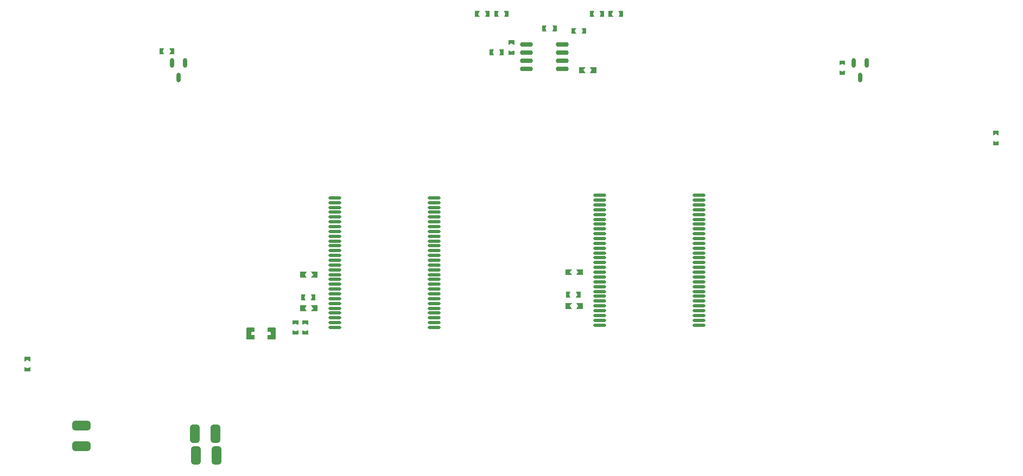
<source format=gbp>
G04 Layer_Color=128*
%FSLAX24Y24*%
%MOIN*%
G70*
G01*
G75*
G04:AMPARAMS|DCode=28|XSize=110.2mil|YSize=59.1mil|CornerRadius=14.8mil|HoleSize=0mil|Usage=FLASHONLY|Rotation=270.000|XOffset=0mil|YOffset=0mil|HoleType=Round|Shape=RoundedRectangle|*
%AMROUNDEDRECTD28*
21,1,0.1102,0.0295,0,0,270.0*
21,1,0.0807,0.0591,0,0,270.0*
1,1,0.0295,-0.0148,-0.0404*
1,1,0.0295,-0.0148,0.0404*
1,1,0.0295,0.0148,0.0404*
1,1,0.0295,0.0148,-0.0404*
%
%ADD28ROUNDEDRECTD28*%
G04:AMPARAMS|DCode=30|XSize=110.2mil|YSize=59.1mil|CornerRadius=14.8mil|HoleSize=0mil|Usage=FLASHONLY|Rotation=0.000|XOffset=0mil|YOffset=0mil|HoleType=Round|Shape=RoundedRectangle|*
%AMROUNDEDRECTD30*
21,1,0.1102,0.0295,0,0,0.0*
21,1,0.0807,0.0591,0,0,0.0*
1,1,0.0295,0.0404,-0.0148*
1,1,0.0295,-0.0404,-0.0148*
1,1,0.0295,-0.0404,0.0148*
1,1,0.0295,0.0404,0.0148*
%
%ADD30ROUNDEDRECTD30*%
%ADD33O,0.0800X0.0295*%
%ADD34O,0.0281X0.0591*%
%ADD35O,0.0787X0.0197*%
G36*
X44301Y30207D02*
X44380Y30030D01*
X44104D01*
Y30384D01*
X44380D01*
X44301Y30207D01*
D02*
G37*
G36*
X44990Y30030D02*
X44714D01*
X44793Y30207D01*
X44714Y30384D01*
X44990D01*
Y30030D01*
D02*
G37*
G36*
X28710Y29882D02*
X28435D01*
X28514Y30059D01*
X28435Y30236D01*
X28710D01*
Y29882D01*
D02*
G37*
G36*
X45118Y29350D02*
X44724D01*
X44843Y29528D01*
X44724Y29705D01*
X45118D01*
Y29350D01*
D02*
G37*
G36*
X28022Y30059D02*
X28100Y29882D01*
X27825D01*
Y30236D01*
X28100D01*
X28022Y30059D01*
D02*
G37*
G36*
X28051Y31447D02*
X28169Y31270D01*
X27776D01*
Y31624D01*
X28169D01*
X28051Y31447D01*
D02*
G37*
G36*
X70669Y39400D02*
X70315D01*
Y39675D01*
X70492Y39596D01*
X70669Y39675D01*
Y39400D01*
D02*
G37*
G36*
Y40010D02*
X70492Y40088D01*
X70315Y40010D01*
Y40285D01*
X70669D01*
Y40010D01*
D02*
G37*
G36*
X45118Y31427D02*
X44724D01*
X44843Y31604D01*
X44724Y31781D01*
X45118D01*
Y31427D01*
D02*
G37*
G36*
X28839Y31270D02*
X28445D01*
X28563Y31447D01*
X28445Y31624D01*
X28839D01*
Y31270D01*
D02*
G37*
G36*
X44331Y31604D02*
X44449Y31427D01*
X44055D01*
Y31781D01*
X44449D01*
X44331Y31604D01*
D02*
G37*
G36*
X26261Y28176D02*
X26270Y28156D01*
Y27494D01*
X26261Y27473D01*
X26241Y27465D01*
X25788D01*
X25767Y27473D01*
X25758Y27494D01*
Y27697D01*
X25767Y27718D01*
X25788Y27726D01*
X25926D01*
X25946Y27735D01*
X25955Y27756D01*
Y27894D01*
X25946Y27915D01*
X25926Y27923D01*
X25788D01*
X25767Y27932D01*
X25758Y27953D01*
Y28156D01*
X25767Y28176D01*
X25788Y28185D01*
X26241D01*
X26261Y28176D01*
D02*
G37*
G36*
X27648Y27756D02*
X27293D01*
Y28031D01*
X27470Y27953D01*
X27648Y28031D01*
Y27756D01*
D02*
G37*
G36*
X24961Y28176D02*
X24970Y28156D01*
Y27953D01*
X24961Y27932D01*
X24941Y27923D01*
X24803D01*
X24782Y27915D01*
X24773Y27894D01*
Y27756D01*
X24782Y27735D01*
X24803Y27726D01*
X24941D01*
X24961Y27718D01*
X24970Y27697D01*
Y27494D01*
X24961Y27473D01*
X24941Y27465D01*
X24488D01*
X24467Y27473D01*
X24458Y27494D01*
Y28156D01*
X24467Y28176D01*
X24488Y28185D01*
X24941D01*
X24961Y28176D01*
D02*
G37*
G36*
X11181Y25502D02*
X10827D01*
Y25778D01*
X11004Y25699D01*
X11181Y25778D01*
Y25502D01*
D02*
G37*
G36*
Y26112D02*
X11004Y26191D01*
X10827Y26112D01*
Y26388D01*
X11181D01*
Y26112D01*
D02*
G37*
G36*
X28248Y27756D02*
X27894D01*
Y28031D01*
X28071Y27953D01*
X28248Y28031D01*
Y27756D01*
D02*
G37*
G36*
X28839Y29203D02*
X28445D01*
X28563Y29380D01*
X28445Y29557D01*
X28839D01*
Y29203D01*
D02*
G37*
G36*
X44331Y29528D02*
X44449Y29350D01*
X44055D01*
Y29705D01*
X44449D01*
X44331Y29528D01*
D02*
G37*
G36*
X28051Y29380D02*
X28169Y29203D01*
X27776D01*
Y29557D01*
X28169D01*
X28051Y29380D01*
D02*
G37*
G36*
X27648Y28366D02*
X27470Y28445D01*
X27293Y28366D01*
Y28641D01*
X27648D01*
Y28366D01*
D02*
G37*
G36*
X28248D02*
X28071Y28445D01*
X27894Y28366D01*
Y28641D01*
X28248D01*
Y28366D01*
D02*
G37*
G36*
X38711Y47480D02*
X38790Y47303D01*
X38514D01*
Y47657D01*
X38790D01*
X38711Y47480D01*
D02*
G37*
G36*
X39400Y47303D02*
X39124D01*
X39203Y47480D01*
X39124Y47657D01*
X39400D01*
Y47303D01*
D02*
G37*
G36*
X43523Y46407D02*
X43248D01*
X43327Y46585D01*
X43248Y46762D01*
X43523D01*
Y46407D01*
D02*
G37*
G36*
X45325Y46260D02*
X45049D01*
X45128Y46437D01*
X45049Y46614D01*
X45325D01*
Y46260D01*
D02*
G37*
G36*
X42835Y46585D02*
X42913Y46407D01*
X42638D01*
Y46762D01*
X42913D01*
X42835Y46585D01*
D02*
G37*
G36*
X39882Y47480D02*
X39961Y47303D01*
X39685D01*
Y47657D01*
X39961D01*
X39882Y47480D01*
D02*
G37*
G36*
X46910D02*
X46988Y47303D01*
X46713D01*
Y47657D01*
X46988D01*
X46910Y47480D01*
D02*
G37*
G36*
X47598Y47303D02*
X47323D01*
X47402Y47480D01*
X47323Y47657D01*
X47598D01*
Y47303D01*
D02*
G37*
G36*
X46437D02*
X46161D01*
X46240Y47480D01*
X46161Y47657D01*
X46437D01*
Y47303D01*
D02*
G37*
G36*
X40571D02*
X40295D01*
X40374Y47480D01*
X40295Y47657D01*
X40571D01*
Y47303D01*
D02*
G37*
G36*
X45748Y47480D02*
X45827Y47303D01*
X45551D01*
Y47657D01*
X45827D01*
X45748Y47480D01*
D02*
G37*
G36*
X61240Y44331D02*
X61063Y44409D01*
X60886Y44331D01*
Y44606D01*
X61240D01*
Y44331D01*
D02*
G37*
G36*
X39587Y45108D02*
X39666Y44931D01*
X39390D01*
Y45285D01*
X39666D01*
X39587Y45108D01*
D02*
G37*
G36*
X61240Y43721D02*
X60886D01*
Y43996D01*
X61063Y43918D01*
X61240Y43996D01*
Y43721D01*
D02*
G37*
G36*
X45167Y44026D02*
X45285Y43848D01*
X44892D01*
Y44203D01*
X45285D01*
X45167Y44026D01*
D02*
G37*
G36*
X45955Y43848D02*
X45561D01*
X45679Y44026D01*
X45561Y44203D01*
X45955D01*
Y43848D01*
D02*
G37*
G36*
X40276Y44931D02*
X40000D01*
X40079Y45108D01*
X40000Y45285D01*
X40276D01*
Y44931D01*
D02*
G37*
G36*
X40915Y45581D02*
X40738Y45659D01*
X40561Y45581D01*
Y45856D01*
X40915D01*
Y45581D01*
D02*
G37*
G36*
X44636Y46437D02*
X44715Y46260D01*
X44439D01*
Y46614D01*
X44715D01*
X44636Y46437D01*
D02*
G37*
G36*
X40915Y44971D02*
X40561D01*
Y45246D01*
X40738Y45168D01*
X40915Y45246D01*
Y44971D01*
D02*
G37*
G36*
X19331Y45177D02*
X19410Y45000D01*
X19134D01*
Y45354D01*
X19410D01*
X19331Y45177D01*
D02*
G37*
G36*
X20020Y45000D02*
X19744D01*
X19823Y45177D01*
X19744Y45354D01*
X20020D01*
Y45000D01*
D02*
G37*
D28*
X21378Y20335D02*
D03*
X22638D02*
D03*
X21299Y21654D02*
D03*
X22559D02*
D03*
D30*
X14321Y20896D02*
D03*
Y22156D02*
D03*
D33*
X43863Y45104D02*
D03*
X41663D02*
D03*
X43863Y45604D02*
D03*
X41663D02*
D03*
X43863Y44104D02*
D03*
Y44604D02*
D03*
X41663D02*
D03*
Y44104D02*
D03*
D34*
X19882Y44483D02*
D03*
X20682D02*
D03*
X20282Y43573D02*
D03*
X61772Y44473D02*
D03*
X62572D02*
D03*
X62172Y43563D02*
D03*
D35*
X46150Y28350D02*
D03*
Y28645D02*
D03*
Y28941D02*
D03*
Y29236D02*
D03*
Y29531D02*
D03*
Y29826D02*
D03*
Y30122D02*
D03*
Y30417D02*
D03*
Y30712D02*
D03*
Y31007D02*
D03*
Y31303D02*
D03*
Y31598D02*
D03*
Y31893D02*
D03*
Y32189D02*
D03*
Y32484D02*
D03*
Y32779D02*
D03*
Y33074D02*
D03*
Y33370D02*
D03*
Y33665D02*
D03*
Y33960D02*
D03*
Y34256D02*
D03*
Y34551D02*
D03*
Y34846D02*
D03*
Y35141D02*
D03*
Y35437D02*
D03*
Y35732D02*
D03*
Y36027D02*
D03*
Y36322D02*
D03*
X52252Y28350D02*
D03*
Y28645D02*
D03*
Y28941D02*
D03*
Y29236D02*
D03*
Y29531D02*
D03*
Y29826D02*
D03*
Y30122D02*
D03*
Y30417D02*
D03*
Y30712D02*
D03*
Y31007D02*
D03*
Y31303D02*
D03*
Y31598D02*
D03*
Y31893D02*
D03*
Y32189D02*
D03*
Y32484D02*
D03*
Y32779D02*
D03*
Y33074D02*
D03*
Y33370D02*
D03*
Y33665D02*
D03*
Y33960D02*
D03*
Y34256D02*
D03*
Y34551D02*
D03*
Y34846D02*
D03*
Y35141D02*
D03*
Y35437D02*
D03*
Y35732D02*
D03*
Y36027D02*
D03*
Y36322D02*
D03*
X29900Y28200D02*
D03*
Y28495D02*
D03*
Y28791D02*
D03*
Y29086D02*
D03*
Y29381D02*
D03*
Y29676D02*
D03*
Y29972D02*
D03*
Y30267D02*
D03*
Y30562D02*
D03*
Y30857D02*
D03*
Y31153D02*
D03*
Y31448D02*
D03*
Y31743D02*
D03*
Y32039D02*
D03*
Y32334D02*
D03*
Y32629D02*
D03*
Y32924D02*
D03*
Y33220D02*
D03*
Y33515D02*
D03*
Y33810D02*
D03*
Y34106D02*
D03*
Y34401D02*
D03*
Y34696D02*
D03*
Y34991D02*
D03*
Y35287D02*
D03*
Y35582D02*
D03*
Y35877D02*
D03*
Y36172D02*
D03*
X36002Y28200D02*
D03*
Y28495D02*
D03*
Y28791D02*
D03*
Y29086D02*
D03*
Y29381D02*
D03*
Y29676D02*
D03*
Y29972D02*
D03*
Y30267D02*
D03*
Y30562D02*
D03*
Y30857D02*
D03*
Y31153D02*
D03*
Y31448D02*
D03*
Y31743D02*
D03*
Y32039D02*
D03*
Y32334D02*
D03*
Y32629D02*
D03*
Y32924D02*
D03*
Y33220D02*
D03*
Y33515D02*
D03*
Y33810D02*
D03*
Y34106D02*
D03*
Y34401D02*
D03*
Y34696D02*
D03*
Y34991D02*
D03*
Y35287D02*
D03*
Y35582D02*
D03*
Y35877D02*
D03*
Y36172D02*
D03*
M02*

</source>
